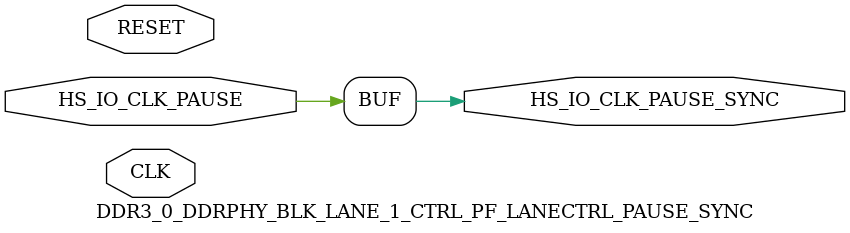
<source format=v>


module DDR3_0_DDRPHY_BLK_LANE_1_CTRL_PF_LANECTRL_PAUSE_SYNC( CLK, RESET, HS_IO_CLK_PAUSE, HS_IO_CLK_PAUSE_SYNC );
	
	input CLK, RESET, HS_IO_CLK_PAUSE;
	output HS_IO_CLK_PAUSE_SYNC;

	parameter ENABLE_PAUSE_EXTENSION = 2'b00;

	reg pause_reg_0, pause_reg_1, pause;
	wire pause_sync_0_i;

	generate 
		if( ENABLE_PAUSE_EXTENSION == 3'b000 ) begin : feed
			assign HS_IO_CLK_PAUSE_SYNC = HS_IO_CLK_PAUSE;
		end else if( ENABLE_PAUSE_EXTENSION == 3'b001 ) begin : pipe
			(* HS_IO_CLK_PAUSE_SYNC = 1, syn_keep = 1 *) SLE pause_sync_0(
				.CLK( CLK ),
				.D( HS_IO_CLK_PAUSE ),
				.Q( pause_sync_0_i ),
				.LAT( 1'b0 ),
				.EN( 1'b1 ),
				.ALn( ~RESET ),
				.ADn( 1'b1 ),
				.SLn( 1'b1 ),
				.SD( 1'b0 )
				);

			(* HS_IO_CLK_PAUSE_SYNC = 1, syn_keep = 1 *) SLE pause_sync (
				.CLK( CLK ),
				.D( pause_sync_0_i ),
				.Q( HS_IO_CLK_PAUSE_SYNC ),
				.LAT( 1'b0 ),
				.EN( 1'b1 ),
				.ALn( ~RESET ),
				.ADn( 1'b1 ),
				.SLn( 1'b1 ),
				.SD( 1'b0 )
				);
		end else if ( ENABLE_PAUSE_EXTENSION == 3'b010 ) begin : ext_pipe
			always @(posedge CLK or posedge RESET) begin : ext
				if( RESET == 1'b1 ) begin
					pause_reg_0 <= 1'b0;
					pause_reg_1 <= 1'b0;
					pause <= 1'b0;
				end else begin
					pause_reg_0 <= HS_IO_CLK_PAUSE;
					pause_reg_1 <= pause_reg_0;
					if( HS_IO_CLK_PAUSE == 1'b0 && pause_reg_0 ==1'b1 && pause_reg_1 == 1'b0 )
						pause <= 1'b1; // Extend by 1 cycle if the pulse is less than a cycle
					else
						pause <= HS_IO_CLK_PAUSE;
				end
			end

			(* HS_IO_CLK_PAUSE_SYNC = 1, syn_keep = 1 *) SLE pause_sync (
				.CLK( CLK ),
				.D( pause ),
				.Q( HS_IO_CLK_PAUSE_SYNC ),
				.LAT( 1'b0 ),
				.EN( 1'b1 ),
				.ALn( ~RESET ),
				.ADn( 1'b1 ),
				.SLn( 1'b1 ),
				.SD( 1'b0 )
				);
		end else if ( ENABLE_PAUSE_EXTENSION == 3'b011 ) begin : pipe_fall 
			(* HS_IO_CLK_PAUSE_SYNC = 1, syn_keep = 1 *) SLE pause_sync_0 (
				.CLK( CLK ),
				.D( HS_IO_CLK_PAUSE ),
				.Q( pause_sync_0_i ),
				.LAT( 1'b0 ),
				.EN( 1'b1 ),
				.ALn( ~RESET ),
				.ADn( 1'b1 ),
				.SLn( 1'b1 ),
				.SD( 1'b0 )
				);

			(* HS_IO_CLK_PAUSE_SYNC = 1, syn_keep = 1 *) SLE pause_sync (
				.CLK( ~CLK ),
				.D( pause_sync_0_i ),
				.Q( HS_IO_CLK_PAUSE_SYNC ),
				.LAT( 1'b0 ),
				.EN( 1'b1 ),
				.ALn( ~RESET ),
				.ADn( 1'b1 ),
				.SLn( 1'b1 ),
				.SD( 1'b0 )
				);
		end else if ( ENABLE_PAUSE_EXTENSION == 3'b100 ) begin : ext_pipe_fall 
			always @(posedge CLK or posedge RESET) begin : ext
				if( RESET == 1'b1 ) begin
					pause_reg_0 <= 1'b0;
					pause_reg_1 <= 1'b0;
					pause <= 1'b0;
				end else begin
					pause_reg_0 <= HS_IO_CLK_PAUSE;
					pause_reg_1 <= pause_reg_0;
					if( HS_IO_CLK_PAUSE == 1'b0 && pause_reg_0 ==1'b1 && pause_reg_1 == 1'b0 )
						pause <= 1'b1; // Extend by 1 cycle if the pulse is less than a cycle
					else
						pause <= HS_IO_CLK_PAUSE;
				end
			end

			(* HS_IO_CLK_PAUSE_SYNC = 1, syn_keep = 1 *) SLE pause_sync (
				.CLK( ~CLK ),
				.D( pause ),
				.Q( HS_IO_CLK_PAUSE_SYNC ),
				.LAT( 1'b0 ),
				.EN( 1'b1 ),
				.ALn( ~RESET ),
				.ADn( 1'b1 ),
				.SLn( 1'b1 ),
				.SD( 1'b0 )
				);
		end
	endgenerate

endmodule
</source>
